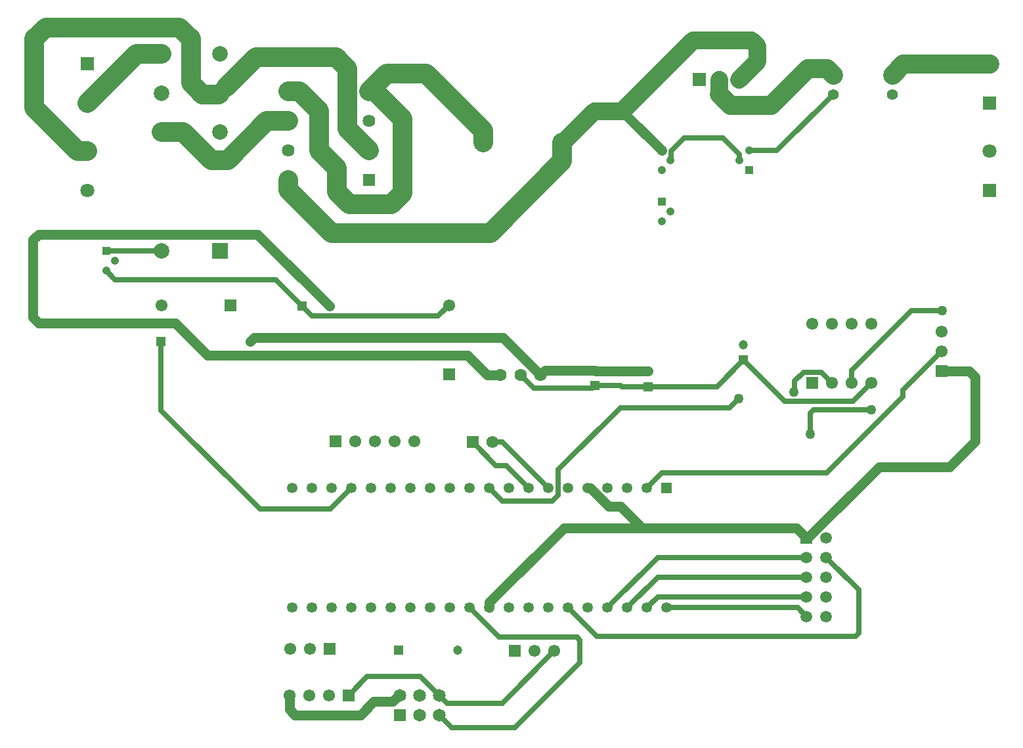
<source format=gbr>
G04*
G04 #@! TF.GenerationSoftware,Altium Limited,Altium Designer,23.2.1 (34)*
G04*
G04 Layer_Physical_Order=2*
G04 Layer_Color=16711680*
%FSLAX25Y25*%
%MOIN*%
G70*
G04*
G04 #@! TF.SameCoordinates,AA8C1714-0897-42F8-9FD5-1005084B58DB*
G04*
G04*
G04 #@! TF.FilePolarity,Positive*
G04*
G01*
G75*
%ADD21C,0.06102*%
%ADD22R,0.06102X0.06102*%
%ADD23R,0.06200X0.06200*%
%ADD24C,0.06200*%
%ADD27C,0.06400*%
%ADD28R,0.06400X0.06400*%
%ADD31C,0.06181*%
%ADD32R,0.06181X0.06181*%
%ADD34C,0.04724*%
%ADD35R,0.04724X0.04724*%
%ADD36R,0.04724X0.04724*%
%ADD39C,0.05118*%
%ADD40R,0.05118X0.05118*%
%ADD41C,0.07874*%
%ADD42R,0.07874X0.07874*%
%ADD43R,0.06102X0.06102*%
%ADD44R,0.06500X0.06500*%
%ADD45C,0.06500*%
%ADD46C,0.05500*%
%ADD47R,0.05500X0.05500*%
%ADD48C,0.05315*%
%ADD49R,0.05315X0.05315*%
%ADD54C,0.02500*%
%ADD55C,0.05000*%
%ADD56C,0.10000*%
%ADD57C,0.09500*%
%ADD59C,0.04134*%
%ADD60R,0.04134X0.04134*%
%ADD61C,0.05906*%
%ADD62R,0.05906X0.05906*%
%ADD63C,0.07087*%
%ADD64R,0.07087X0.07087*%
%ADD65C,0.06299*%
%ADD66R,0.06496X0.06496*%
%ADD67C,0.06496*%
%ADD68C,0.05000*%
%ADD69C,0.09000*%
D21*
X174020Y348000D02*
D03*
X534500Y308500D02*
D03*
X524500D02*
D03*
X514500D02*
D03*
X504500Y338500D02*
D03*
X514500D02*
D03*
X524500D02*
D03*
X534500D02*
D03*
X320000Y347980D02*
D03*
X363500Y172500D02*
D03*
X373500D02*
D03*
X302500Y279000D02*
D03*
X292500D02*
D03*
X282500D02*
D03*
X272500D02*
D03*
X259000Y150000D02*
D03*
X249000D02*
D03*
X239000D02*
D03*
X249500Y173500D02*
D03*
X239500D02*
D03*
X570000Y324500D02*
D03*
Y334500D02*
D03*
D22*
X208980Y348000D02*
D03*
X504500Y308500D02*
D03*
X353500Y172500D02*
D03*
X262500Y279000D02*
D03*
X269000Y150000D02*
D03*
X259500Y173500D02*
D03*
D23*
X337600Y430500D02*
D03*
D24*
X377600D02*
D03*
D27*
X238500Y456500D02*
D03*
Y441500D02*
D03*
Y426500D02*
D03*
X279500D02*
D03*
Y441500D02*
D03*
Y456500D02*
D03*
D28*
X238500Y411500D02*
D03*
X279500D02*
D03*
D31*
X342000Y278500D02*
D03*
D32*
X332000D02*
D03*
D34*
X219083Y329500D02*
D03*
X469500Y327937D02*
D03*
X421000Y314437D02*
D03*
X394000Y314937D02*
D03*
X324512Y173000D02*
D03*
D35*
X173917Y329500D02*
D03*
X294488Y173000D02*
D03*
D36*
X469500Y320063D02*
D03*
X421000Y306563D02*
D03*
X394000Y307063D02*
D03*
D39*
X259390Y347500D02*
D03*
D40*
X245610D02*
D03*
D41*
X203764Y475429D02*
D03*
Y455587D02*
D03*
Y435744D02*
D03*
X174236Y475429D02*
D03*
Y455587D02*
D03*
Y435744D02*
D03*
Y375665D02*
D03*
D42*
X203764D02*
D03*
D43*
X320000Y313020D02*
D03*
X570000Y314500D02*
D03*
D44*
X447000Y462500D02*
D03*
D45*
X457000D02*
D03*
X467000D02*
D03*
D46*
X545000Y465000D02*
D03*
Y455000D02*
D03*
X515000D02*
D03*
D47*
Y465000D02*
D03*
D48*
X430500Y194500D02*
D03*
X420500D02*
D03*
X410500D02*
D03*
X400500D02*
D03*
X390500D02*
D03*
X380500D02*
D03*
X370500D02*
D03*
X360500D02*
D03*
X350500D02*
D03*
X340500D02*
D03*
X330500D02*
D03*
X320500D02*
D03*
X310500D02*
D03*
X300500D02*
D03*
X290500D02*
D03*
X280500D02*
D03*
X270500D02*
D03*
X260500D02*
D03*
X250500D02*
D03*
X240500D02*
D03*
Y255250D02*
D03*
X250500D02*
D03*
X260500D02*
D03*
X270500D02*
D03*
X280500D02*
D03*
X290500D02*
D03*
X300500D02*
D03*
X310500D02*
D03*
X320500D02*
D03*
X330500D02*
D03*
X340500D02*
D03*
X350500D02*
D03*
X360500D02*
D03*
X370500D02*
D03*
X380500D02*
D03*
X390500D02*
D03*
X400500D02*
D03*
X410500D02*
D03*
X420500D02*
D03*
D49*
X430500D02*
D03*
D54*
X503500Y282500D02*
Y293336D01*
X356500Y312500D02*
X363049Y305951D01*
X392888D01*
X394000Y307063D01*
X321500Y133500D02*
X353500D01*
X386500Y166500D02*
Y178035D01*
X353500Y133500D02*
X386500Y166500D01*
X395000Y180000D02*
X526536D01*
X528000Y181465D02*
Y203500D01*
X511500Y220000D02*
X528000Y203500D01*
X526536Y180000D02*
X528000Y181465D01*
X380500Y194500D02*
X395000Y180000D01*
X420500Y255250D02*
X428250Y263000D01*
X511900D02*
X550500Y301600D01*
X428250Y263000D02*
X511900D01*
X407000Y296000D02*
X462500D01*
X375500Y264500D02*
X407000Y296000D01*
X462500D02*
X467000Y300500D01*
X375500Y251600D02*
Y264500D01*
X372500Y248600D02*
X375500Y251600D01*
X347150Y248600D02*
X372500D01*
X232110Y361000D02*
X245610Y347500D01*
X146000Y365500D02*
X150500Y361000D01*
X232110D01*
X467387Y421613D02*
Y424613D01*
X439500Y433000D02*
X459000D01*
X467387Y421613D02*
X467500Y421500D01*
X459000Y433000D02*
X467387Y424613D01*
X432750Y426250D02*
X439500Y433000D01*
X432750Y424533D02*
Y426250D01*
X432500Y421500D02*
X432722Y421722D01*
Y424504D02*
X432750Y424533D01*
X432722Y421722D02*
Y424504D01*
X345500Y179500D02*
X385035D01*
X386500Y178035D01*
X420500Y194500D02*
X426000Y200000D01*
X501500D01*
X497000Y194500D02*
X501500Y190000D01*
X430500Y194500D02*
X497000D01*
X407200Y307063D02*
X407700Y306563D01*
X421000D01*
X394000Y307063D02*
X407200D01*
X495478Y309378D02*
X500000Y313900D01*
X495478Y304478D02*
Y309378D01*
X469500Y320063D02*
X490313Y299250D01*
X495000Y304000D02*
X495478Y304478D01*
X525250Y299250D02*
X534500Y308500D01*
X490313Y299250D02*
X525250D01*
X503500Y293336D02*
X504964Y294800D01*
X534400D01*
X224000Y244500D02*
X259750D01*
X173917Y294583D02*
Y329500D01*
Y294583D02*
X224000Y244500D01*
X259750D02*
X270500Y255250D01*
X315000Y150000D02*
X319000Y146000D01*
X278500Y159500D02*
X305500D01*
X269000Y150000D02*
X278500Y159500D01*
X305500D02*
X315000Y150000D01*
X347000Y146000D02*
X373500Y172500D01*
X319000Y146000D02*
X347000D01*
X315000Y140000D02*
X321500Y133500D01*
X330500Y194500D02*
X345500Y179500D01*
X550500Y301600D02*
Y305000D01*
X570000Y324500D01*
X400500Y194500D02*
X426000Y220000D01*
X501500D01*
X486500Y426500D02*
X515000Y455000D01*
X472500Y426500D02*
X486500D01*
X245610Y347500D02*
X250510Y342600D01*
X314620D01*
X320000Y347980D01*
X421000Y306563D02*
X456000D01*
X469500Y320063D01*
X340500Y255250D02*
X347150Y248600D01*
X500000Y313900D02*
X509100D01*
X514500Y308500D01*
X342000Y278500D02*
X347250D01*
X370500Y255250D01*
X524500Y308500D02*
Y315000D01*
X554700Y345200D01*
X570500D01*
X332000Y278500D02*
X343800Y266700D01*
X349050D01*
X360500Y255250D01*
X426000Y210000D02*
X501500D01*
X410500Y194500D02*
X426000Y210000D01*
X160165Y375665D02*
X174236D01*
X160000Y375500D02*
X160165Y375665D01*
X146000Y375500D02*
X160000D01*
D55*
X407937Y446563D02*
X428000Y426500D01*
X197496Y322500D02*
X329500D01*
X339500Y312500D01*
X346264D01*
X111782Y339000D02*
X180996D01*
X197496Y322500D01*
X418250Y235000D02*
X418250Y235000D01*
X407250Y246000D02*
X418250Y235000D01*
X496500D01*
X378500D02*
X418250D01*
X502827Y230453D02*
X538374Y266000D01*
X574000D01*
X587000Y279000D01*
Y311571D01*
X570000Y314500D02*
X584071D01*
X587000Y311571D01*
X501953Y230453D02*
X502827D01*
X501500Y230000D02*
X501953Y230453D01*
X111782Y384000D02*
X222890D01*
X259390Y347500D01*
X391852Y255190D02*
X401042Y246000D01*
X407250D01*
X239000Y142929D02*
Y149702D01*
Y142929D02*
X241929Y140000D01*
X275000D01*
X281748Y146748D02*
X291343D01*
X275000Y140000D02*
X281748Y146748D01*
X294595Y150000D02*
X295000D01*
X291343Y146748D02*
X294595Y150000D01*
X108853Y341929D02*
Y381071D01*
Y341929D02*
X111782Y339000D01*
X108853Y381071D02*
X111782Y384000D01*
X221083Y331500D02*
X347343D01*
X366094Y312749D01*
X219083Y329500D02*
X221083Y331500D01*
X394500Y314437D02*
X421000D01*
X394000Y314937D02*
X394000D01*
X394500Y314437D01*
X368780Y314937D02*
X394000D01*
X366343Y312500D02*
X368780Y314937D01*
X496500Y235000D02*
X501500Y230000D01*
X340560Y194560D02*
Y197060D01*
X390500Y255250D02*
X390560Y255190D01*
X340560Y197060D02*
X378500Y235000D01*
X390560Y255190D02*
X391852D01*
X340500Y194500D02*
X340560Y194560D01*
D56*
X238500Y406449D02*
X260449Y384500D01*
X341000D02*
X377600Y421100D01*
X260449Y384500D02*
X341000D01*
X269358Y399142D02*
X290642D01*
X296500Y405000D01*
Y442500D01*
X263000Y405500D02*
X269358Y399142D01*
X263000Y405500D02*
Y417500D01*
X207642Y421642D02*
X227500Y441500D01*
X199358Y421642D02*
X207642D01*
X174236Y435744D02*
X185256D01*
X227500Y441500D02*
X238500D01*
X185256Y435744D02*
X199358Y421642D01*
X254000Y426500D02*
X263000Y417500D01*
X254000Y426500D02*
Y446506D01*
X279500Y456500D02*
X282500D01*
X296500Y442500D01*
X115358Y489000D02*
X183142D01*
X203142Y454965D02*
X203764Y455587D01*
X189000Y460823D02*
X194858Y454965D01*
X183142Y489000D02*
X189000Y483142D01*
X194858Y454965D02*
X203142D01*
X189000Y460823D02*
Y483142D01*
X288500Y465500D02*
X308500D01*
X279500Y456500D02*
X288500Y465500D01*
X308500D02*
X337600Y436400D01*
Y430500D02*
Y436400D01*
X377600Y421100D02*
Y430500D01*
X109500Y448129D02*
Y483142D01*
Y448129D02*
X131358Y426271D01*
X109500Y483142D02*
X115358Y489000D01*
X131358Y426271D02*
X136500D01*
Y450500D02*
X161429Y475429D01*
X174236D01*
X238500Y406449D02*
Y411500D01*
X268500Y437500D02*
Y467942D01*
X262642Y473800D02*
X268500Y467942D01*
X244006Y456500D02*
X254000Y446506D01*
X268500Y437500D02*
X279500Y426500D01*
X238500Y456500D02*
X244006D01*
X221977Y473800D02*
X262642D01*
X206699Y458522D02*
X221977Y473800D01*
D57*
X502052Y468052D02*
X511948D01*
X483500Y449500D02*
X502052Y468052D01*
X462858Y449500D02*
X483500D01*
X511948Y468052D02*
X515000Y465000D01*
X457000Y455358D02*
X462858Y449500D01*
X550500Y470500D02*
X594500D01*
X545000Y465000D02*
X550500Y470500D01*
D59*
X146000Y365500D02*
D03*
X150500Y370500D02*
D03*
X467500Y421500D02*
D03*
X472500Y426500D02*
D03*
X432500Y395500D02*
D03*
X428000Y390500D02*
D03*
X432500Y421500D02*
D03*
X428000Y416500D02*
D03*
D60*
X146000Y375500D02*
D03*
X472500Y416500D02*
D03*
X428000Y400500D02*
D03*
Y426500D02*
D03*
D61*
X511500Y190000D02*
D03*
X501500D02*
D03*
X511500Y200000D02*
D03*
X501500D02*
D03*
X511500Y210000D02*
D03*
X501500D02*
D03*
X511500Y220000D02*
D03*
X501500D02*
D03*
X511500Y230000D02*
D03*
D62*
X501500D02*
D03*
D63*
X594500Y426271D02*
D03*
Y470500D02*
D03*
X136500Y450500D02*
D03*
Y406271D02*
D03*
D64*
X594500D02*
D03*
Y450500D02*
D03*
X136500Y470500D02*
D03*
Y426271D02*
D03*
D65*
X346264Y312500D02*
D03*
X366343D02*
D03*
X356500D02*
D03*
D66*
X295000Y140000D02*
D03*
D67*
Y150000D02*
D03*
X305000Y140000D02*
D03*
X315000D02*
D03*
X305000Y150000D02*
D03*
X315000D02*
D03*
D68*
X503500Y282500D02*
D03*
X495000Y304000D02*
D03*
X467000Y300500D02*
D03*
X534400Y294800D02*
D03*
X570500Y345200D02*
D03*
D69*
X377600Y430500D02*
X393663Y446563D01*
X407937D01*
X443874Y482500D01*
X473571D02*
X476500Y479571D01*
X443874Y482500D02*
X473571D01*
X476500Y472000D02*
Y479571D01*
X467000Y462500D02*
X476500Y472000D01*
X457000Y455358D02*
Y462500D01*
M02*

</source>
